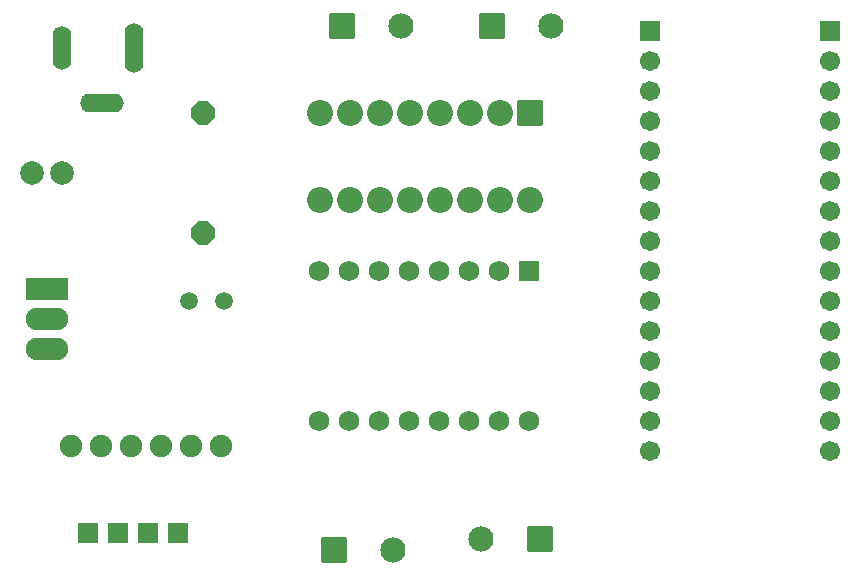
<source format=gbs>
G04 Layer: BottomSolderMaskLayer*
G04 EasyEDA v6.5.34, 2023-08-22 14:58:17*
G04 f83e431953fc400cbb41a7eecddf86f7,363aeda0569944ed908a43946366a132,10*
G04 Gerber Generator version 0.2*
G04 Scale: 100 percent, Rotated: No, Reflected: No *
G04 Dimensions in millimeters *
G04 leading zeros omitted , absolute positions ,4 integer and 5 decimal *
%FSLAX45Y45*%
%MOMM*%

%AMMACRO1*1,1,$1,$2,$3*1,1,$1,$4,$5*1,1,$1,0-$2,0-$3*1,1,$1,0-$4,0-$5*20,1,$1,$2,$3,$4,$5,0*20,1,$1,$4,$5,0-$2,0-$3,0*20,1,$1,0-$2,0-$3,0-$4,0-$5,0*20,1,$1,0-$4,0-$5,$2,$3,0*4,1,4,$2,$3,$4,$5,0-$2,0-$3,0-$4,0-$5,$2,$3,0*%
%AMMACRO2*4,1,8,-0.4115,-0.9931,-0.9931,-0.4115,-0.9931,0.4115,-0.4115,0.9931,0.4115,0.9931,0.9931,0.4115,0.9931,-0.4115,0.4115,-0.9931,-0.4115,-0.9931,0*%
%ADD10C,1.7272*%
%ADD11MACRO1,0.2032X0.762X0.762X0.762X-0.762*%
%ADD12R,1.7016X1.7016*%
%ADD13C,1.7016*%
%ADD14C,1.5032*%
%ADD15O,1.6015970000000002X3.7015928000000002*%
%ADD16O,3.7015928000000002X1.6015970000000002*%
%ADD17O,1.6015970000000002X4.2015918*%
%ADD18MACRO1,0.1016X-1.016X1.016X1.016X1.016*%
%ADD19C,2.1336*%
%ADD20MACRO1,0.1016X1.016X-1.016X-1.016X-1.016*%
%ADD21C,1.9016*%
%ADD22MACRO1,0.2032X-0.762X0.762X0.762X0.762*%
%ADD23O,2.2031959999999997X2.2031959999999997*%
%ADD24MACRO1,0.2032X1X-1X-1X-1*%
%ADD25C,2.0000*%
%ADD26O,3.6015930000000003X1.9015964*%
%ADD27MACRO1,0.1016X1.75X0.9X1.75X-0.9*%
%ADD28MACRO2*%

%LPD*%
D10*
G01*
X5422900Y292100D03*
G01*
X5168900Y292100D03*
G01*
X4914900Y292100D03*
G01*
X4660900Y292100D03*
G01*
X4406900Y292100D03*
G01*
X4152900Y292100D03*
G01*
X3898900Y292100D03*
G01*
X3644900Y292100D03*
G01*
X3644900Y1562100D03*
G01*
X3898900Y1562100D03*
G01*
X4152900Y1562100D03*
G01*
X4406900Y1562100D03*
G01*
X4660900Y1562100D03*
G01*
X4914900Y1562100D03*
G01*
X5168900Y1562100D03*
D11*
G01*
X5422900Y1562100D03*
D12*
G01*
X6451600Y3594100D03*
D13*
G01*
X7975600Y3340100D03*
G01*
X7975600Y2832100D03*
G01*
X7975600Y2324100D03*
G01*
X7975600Y1816100D03*
G01*
X7975600Y1308100D03*
G01*
X7975600Y800100D03*
G01*
X7975600Y292100D03*
G01*
X6451600Y38100D03*
G01*
X6451600Y546100D03*
G01*
X6451600Y1054100D03*
G01*
X6451600Y1562100D03*
G01*
X6451600Y2070100D03*
G01*
X6451600Y2578100D03*
G01*
X6451600Y3086100D03*
G01*
X6451600Y3340100D03*
G01*
X6451600Y2832100D03*
G01*
X6451600Y2324100D03*
G01*
X6451600Y1816100D03*
G01*
X6451600Y1308100D03*
G01*
X6451600Y800100D03*
G01*
X6451600Y292100D03*
G01*
X7975600Y38100D03*
G01*
X7975600Y546100D03*
G01*
X7975600Y1054100D03*
G01*
X7975600Y1562100D03*
G01*
X7975600Y2070100D03*
G01*
X7975600Y2578100D03*
G01*
X7975600Y3086100D03*
D12*
G01*
X7975600Y3594100D03*
D14*
G01*
X2542413Y1308100D03*
G01*
X2842412Y1308100D03*
D15*
G01*
X1472994Y3448105D03*
D16*
G01*
X1812998Y2978104D03*
D17*
G01*
X2083000Y3448055D03*
D18*
G01*
X3839209Y3632200D03*
D19*
G01*
X4339590Y3632200D03*
D18*
G01*
X5109209Y3632200D03*
D19*
G01*
X5609590Y3632200D03*
D20*
G01*
X5520690Y-711200D03*
D19*
G01*
X5020309Y-711200D03*
D18*
G01*
X3775709Y-800100D03*
D19*
G01*
X4276090Y-800100D03*
D21*
G01*
X1549400Y76200D03*
G01*
X1803400Y76200D03*
G01*
X2057400Y76200D03*
G01*
X2311400Y76200D03*
G01*
X2565400Y76200D03*
G01*
X2819400Y76200D03*
D22*
G01*
X1943100Y-660400D03*
G01*
X1689100Y-660400D03*
G01*
X2197100Y-660400D03*
G01*
X2451100Y-660400D03*
D23*
G01*
X3657600Y2159304D03*
G01*
X3911600Y2159304D03*
G01*
X4165600Y2159304D03*
G01*
X4419600Y2159304D03*
G01*
X4673600Y2159304D03*
G01*
X4927600Y2159304D03*
G01*
X5181600Y2159304D03*
G01*
X5435600Y2159304D03*
G01*
X3657600Y2895295D03*
G01*
X3911600Y2895295D03*
G01*
X4165600Y2895295D03*
G01*
X4419600Y2895295D03*
G01*
X4673600Y2895295D03*
G01*
X4927600Y2895295D03*
G01*
X5181600Y2895295D03*
D24*
G01*
X5435600Y2895295D03*
D25*
G01*
X1219200Y2387600D03*
G01*
X1473200Y2387600D03*
D26*
G01*
X1346200Y1155700D03*
G01*
X1346200Y901700D03*
D27*
G01*
X1346200Y1409700D03*
D28*
G01*
X2667000Y2895600D03*
G01*
X2667000Y1879600D03*
M02*

</source>
